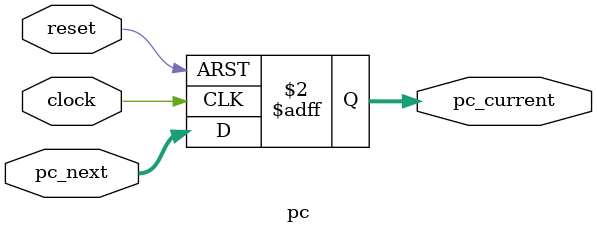
<source format=sv>

module pc #(
    parameter RESET_ADDR = 32'h00000000  // Initial PC value on reset
) (
    input  logic        clock,           // Clock signal
    input  logic        reset,           // Reset signal (active high)
    input  logic [31:0] pc_next,         // Next PC value (from control logic)
    output logic [31:0] pc_current       // Current PC value
);

    // PC register - updates on positive clock edge
    always_ff @(posedge clock or posedge reset) begin
        if (reset) begin
            pc_current <= RESET_ADDR;
        end else begin
            pc_current <= pc_next;
        end
    end

endmodule
</source>
